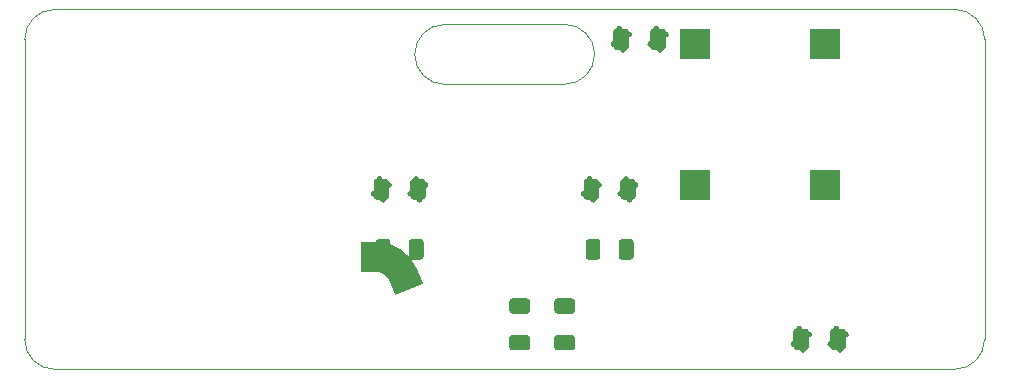
<source format=gbr>
From 54c117b6e8d65e9955a93de95a62e0f9ede7935c Mon Sep 17 00:00:00 2001
From: Blaise Thompson <blaise@untzag.com>
Date: Sun, 24 Jan 2021 22:27:03 -0600
Subject: digital driver prototype

---
 digital-driver/gerber/driver-F_Paste.gbr | 379 +++++++++++++++++++++++++++++++
 1 file changed, 379 insertions(+)
 create mode 100644 digital-driver/gerber/driver-F_Paste.gbr

(limited to 'digital-driver/gerber/driver-F_Paste.gbr')

diff --git a/digital-driver/gerber/driver-F_Paste.gbr b/digital-driver/gerber/driver-F_Paste.gbr
new file mode 100644
index 0000000..394e583
--- /dev/null
+++ b/digital-driver/gerber/driver-F_Paste.gbr
@@ -0,0 +1,379 @@
+%TF.GenerationSoftware,KiCad,Pcbnew,5.1.9+dfsg1-1*%
+%TF.CreationDate,2021-01-24T22:19:11-06:00*%
+%TF.ProjectId,driver,64726976-6572-42e6-9b69-6361645f7063,1.0.0*%
+%TF.SameCoordinates,Original*%
+%TF.FileFunction,Paste,Top*%
+%TF.FilePolarity,Positive*%
+%FSLAX46Y46*%
+G04 Gerber Fmt 4.6, Leading zero omitted, Abs format (unit mm)*
+G04 Created by KiCad (PCBNEW 5.1.9+dfsg1-1) date 2021-01-24 22:19:11*
+%MOMM*%
+%LPD*%
+G01*
+G04 APERTURE LIST*
+%TA.AperFunction,Profile*%
+%ADD10C,0.100000*%
+%TD*%
+%ADD11R,2.500000X2.500000*%
+G04 APERTURE END LIST*
+D10*
+X121920000Y-85090000D02*
+G75*
+G02*
+X119380000Y-82550000I0J2540000D01*
+G01*
+X165100000Y-78740000D02*
+X88900000Y-78740000D01*
+X119380000Y-82550000D02*
+G75*
+G02*
+X121920000Y-80010000I2540000J0D01*
+G01*
+X132080000Y-80010000D02*
+G75*
+G02*
+X134620000Y-82550000I0J-2540000D01*
+G01*
+X134620000Y-82550000D02*
+G75*
+G02*
+X132080000Y-85090000I-2540000J0D01*
+G01*
+X132080000Y-80010000D02*
+X121920000Y-80010000D01*
+X132080000Y-85090000D02*
+X121920000Y-85090000D01*
+X165100000Y-109220000D02*
+X88900000Y-109220000D01*
+X86360000Y-81280000D02*
+X86360000Y-106680000D01*
+X167640000Y-106680000D02*
+X167640000Y-81280000D01*
+X86360000Y-81280000D02*
+G75*
+G02*
+X88900000Y-78740000I2540000J0D01*
+G01*
+X88900000Y-109220000D02*
+G75*
+G02*
+X86360000Y-106680000I0J2540000D01*
+G01*
+X167640000Y-106680000D02*
+G75*
+G02*
+X165100000Y-109220000I-2540000J0D01*
+G01*
+X165100000Y-78740000D02*
+G75*
+G02*
+X167640000Y-81280000I0J-2540000D01*
+G01*
+D11*
+%TO.C,PS1*%
+X154090000Y-81630000D03*
+X143090000Y-81630000D03*
+X143090000Y-93630000D03*
+X154090000Y-93630000D03*
+%TD*%
+%TO.C,R5*%
+G36*
+G01*
+X136790000Y-94605000D02*
+X136790000Y-93355000D01*
+G75*
+G02*
+X137040000Y-93105000I250000J0D01*
+G01*
+X137840000Y-93105000D01*
+G75*
+G02*
+X138090000Y-93355000I0J-250000D01*
+G01*
+X138090000Y-94605000D01*
+G75*
+G02*
+X137840000Y-94855000I-250000J0D01*
+G01*
+X137040000Y-94855000D01*
+G75*
+G02*
+X136790000Y-94605000I0J250000D01*
+G01*
+G37*
+G36*
+G01*
+X133690000Y-94605000D02*
+X133690000Y-93355000D01*
+G75*
+G02*
+X133940000Y-93105000I250000J0D01*
+G01*
+X134740000Y-93105000D01*
+G75*
+G02*
+X134990000Y-93355000I0J-250000D01*
+G01*
+X134990000Y-94605000D01*
+G75*
+G02*
+X134740000Y-94855000I-250000J0D01*
+G01*
+X133940000Y-94855000D01*
+G75*
+G02*
+X133690000Y-94605000I0J250000D01*
+G01*
+G37*
+%TD*%
+%TO.C,R2*%
+G36*
+G01*
+X119010000Y-94605000D02*
+X119010000Y-93355000D01*
+G75*
+G02*
+X119260000Y-93105000I250000J0D01*
+G01*
+X120060000Y-93105000D01*
+G75*
+G02*
+X120310000Y-93355000I0J-250000D01*
+G01*
+X120310000Y-94605000D01*
+G75*
+G02*
+X120060000Y-94855000I-250000J0D01*
+G01*
+X119260000Y-94855000D01*
+G75*
+G02*
+X119010000Y-94605000I0J250000D01*
+G01*
+G37*
+G36*
+G01*
+X115910000Y-94605000D02*
+X115910000Y-93355000D01*
+G75*
+G02*
+X116160000Y-93105000I250000J0D01*
+G01*
+X116960000Y-93105000D01*
+G75*
+G02*
+X117210000Y-93355000I0J-250000D01*
+G01*
+X117210000Y-94605000D01*
+G75*
+G02*
+X116960000Y-94855000I-250000J0D01*
+G01*
+X116160000Y-94855000D01*
+G75*
+G02*
+X115910000Y-94605000I0J250000D01*
+G01*
+G37*
+%TD*%
+%TO.C,C3*%
+G36*
+G01*
+X137530000Y-80629999D02*
+X137530000Y-81930001D01*
+G75*
+G02*
+X137280001Y-82180000I-249999J0D01*
+G01*
+X136454999Y-82180000D01*
+G75*
+G02*
+X136205000Y-81930001I0J249999D01*
+G01*
+X136205000Y-80629999D01*
+G75*
+G02*
+X136454999Y-80380000I249999J0D01*
+G01*
+X137280001Y-80380000D01*
+G75*
+G02*
+X137530000Y-80629999I0J-249999D01*
+G01*
+G37*
+G36*
+G01*
+X140655000Y-80629999D02*
+X140655000Y-81930001D01*
+G75*
+G02*
+X140405001Y-82180000I-249999J0D01*
+G01*
+X139579999Y-82180000D01*
+G75*
+G02*
+X139330000Y-81930001I0J249999D01*
+G01*
+X139330000Y-80629999D01*
+G75*
+G02*
+X139579999Y-80380000I249999J0D01*
+G01*
+X140405001Y-80380000D01*
+G75*
+G02*
+X140655000Y-80629999I0J-249999D01*
+G01*
+G37*
+%TD*%
+%TO.C,C2*%
+G36*
+G01*
+X154570000Y-107330001D02*
+X154570000Y-106029999D01*
+G75*
+G02*
+X154819999Y-105780000I249999J0D01*
+G01*
+X155645001Y-105780000D01*
+G75*
+G02*
+X155895000Y-106029999I0J-249999D01*
+G01*
+X155895000Y-107330001D01*
+G75*
+G02*
+X155645001Y-107580000I-249999J0D01*
+G01*
+X154819999Y-107580000D01*
+G75*
+G02*
+X154570000Y-107330001I0J249999D01*
+G01*
+G37*
+G36*
+G01*
+X151445000Y-107330001D02*
+X151445000Y-106029999D01*
+G75*
+G02*
+X151694999Y-105780000I249999J0D01*
+G01*
+X152520001Y-105780000D01*
+G75*
+G02*
+X152770000Y-106029999I0J-249999D01*
+G01*
+X152770000Y-107330001D01*
+G75*
+G02*
+X152520001Y-107580000I-249999J0D01*
+G01*
+X151694999Y-107580000D01*
+G75*
+G02*
+X151445000Y-107330001I0J249999D01*
+G01*
+G37*
+%TD*%
+%TO.C,D1*%
+G36*
+G01*
+X136665000Y-99685000D02*
+X136665000Y-98435000D01*
+G75*
+G02*
+X136915000Y-98185000I250000J0D01*
+G01*
+X137665000Y-98185000D01*
+G75*
+G02*
+X137915000Y-98435000I0J-250000D01*
+G01*
+X137915000Y-99685000D01*
+G75*
+G02*
+X137665000Y-99935000I-250000J0D01*
+G01*
+X136915000Y-99935000D01*
+G75*
+G02*
+X136665000Y-99685000I0J250000D01*
+G01*
+G37*
+G36*
+G01*
+X133865000Y-99685000D02*
+X133865000Y-98435000D01*
+G75*
+G02*
+X134115000Y-98185000I250000J0D01*
+G01*
+X134865000Y-98185000D01*
+G75*
+G02*
+X135115000Y-98435000I0J-250000D01*
+G01*
+X135115000Y-99685000D01*
+G75*
+G02*
+X134865000Y-99935000I-250000J0D01*
+G01*
+X134115000Y-99935000D01*
+G75*
+G02*
+X133865000Y-99685000I0J250000D01*
+G01*
+G37*
+%TD*%
+%TO.C,D2*%
+G36*
+G01*
+X118885000Y-99685000D02*
+X118885000Y-98435000D01*
+G75*
+G02*
+X119135000Y-98185000I250000J0D01*
+G01*
+X119885000Y-98185000D01*
+G75*
+G02*
+X120135000Y-98435000I0J-250000D01*
+G01*
+X120135000Y-99685000D01*
+G75*
+G02*
+X119885000Y-99935000I-250000J0D01*
+G01*
+X119135000Y-99935000D01*
+G75*
+G02*
+X118885000Y-99685000I0J250000D01*
+G01*
+G37*
+G36*
+G01*
+X116085000Y-99685000D02*
+X116085000Y-98435000D01*
+G75*
+G02*
+X116335000Y-98185000I250000J0D01*
+G01*
+X117085000Y-98185000D01*
+G75*
+G02*
+X117335000Y-98435000I0J-250000D01*
+G01*
+X117335000Y-99685000D01*
+G75*
+G02*
+X117085000Y-99935000I-250000J0D01*
+G01*
+X116335000Y-99935000D01*
+G75*
+G02*
+X116085000Y-99685000I0J250000D01*
+G01*
+G37*
+%TD*%
+M02*
-- 
cgit v1.2.3


From 9d678fbace2e4931e39ab5b95b2ec7493a18f549 Mon Sep 17 00:00:00 2001
From: Blaise Thompson <blaise@untzag.com>
Date: Mon, 25 Jan 2021 12:15:05 -0600
Subject: digital-driver readme

---
 digital-driver/gerber/driver-F_Paste.gbr | 250 +++++++++++++++++++++----------
 1 file changed, 175 insertions(+), 75 deletions(-)

(limited to 'digital-driver/gerber/driver-F_Paste.gbr')

diff --git a/digital-driver/gerber/driver-F_Paste.gbr b/digital-driver/gerber/driver-F_Paste.gbr
index 394e583..9aa2a0c 100644
--- a/digital-driver/gerber/driver-F_Paste.gbr
+++ b/digital-driver/gerber/driver-F_Paste.gbr
@@ -1,12 +1,12 @@
-%TF.GenerationSoftware,KiCad,Pcbnew,5.1.9+dfsg1-1*%
-%TF.CreationDate,2021-01-24T22:19:11-06:00*%
+%TF.GenerationSoftware,KiCad,Pcbnew,5.1.8+dfsg1-1+b1*%
+%TF.CreationDate,2021-01-25T11:41:01-06:00*%
 %TF.ProjectId,driver,64726976-6572-42e6-9b69-6361645f7063,1.0.0*%
 %TF.SameCoordinates,Original*%
 %TF.FileFunction,Paste,Top*%
 %TF.FilePolarity,Positive*%
 %FSLAX46Y46*%
 G04 Gerber Fmt 4.6, Leading zero omitted, Abs format (unit mm)*
-G04 Created by KiCad (PCBNEW 5.1.9+dfsg1-1) date 2021-01-24 22:19:11*
+G04 Created by KiCad (PCBNEW 5.1.8+dfsg1-1+b1) date 2021-01-25 11:41:01*
 %MOMM*%
 %LPD*%
 G01*
@@ -69,6 +69,106 @@ G75*
 G02*
 X167640000Y-81280000I0J-2540000D01*
 G01*
+%TO.C,R7*%
+G36*
+G01*
+X127645000Y-106310000D02*
+X128895000Y-106310000D01*
+G75*
+G02*
+X129145000Y-106560000I0J-250000D01*
+G01*
+X129145000Y-107360000D01*
+G75*
+G02*
+X128895000Y-107610000I-250000J0D01*
+G01*
+X127645000Y-107610000D01*
+G75*
+G02*
+X127395000Y-107360000I0J250000D01*
+G01*
+X127395000Y-106560000D01*
+G75*
+G02*
+X127645000Y-106310000I250000J0D01*
+G01*
+G37*
+G36*
+G01*
+X127645000Y-103210000D02*
+X128895000Y-103210000D01*
+G75*
+G02*
+X129145000Y-103460000I0J-250000D01*
+G01*
+X129145000Y-104260000D01*
+G75*
+G02*
+X128895000Y-104510000I-250000J0D01*
+G01*
+X127645000Y-104510000D01*
+G75*
+G02*
+X127395000Y-104260000I0J250000D01*
+G01*
+X127395000Y-103460000D01*
+G75*
+G02*
+X127645000Y-103210000I250000J0D01*
+G01*
+G37*
+%TD*%
+%TO.C,R6*%
+G36*
+G01*
+X131455000Y-106310000D02*
+X132705000Y-106310000D01*
+G75*
+G02*
+X132955000Y-106560000I0J-250000D01*
+G01*
+X132955000Y-107360000D01*
+G75*
+G02*
+X132705000Y-107610000I-250000J0D01*
+G01*
+X131455000Y-107610000D01*
+G75*
+G02*
+X131205000Y-107360000I0J250000D01*
+G01*
+X131205000Y-106560000D01*
+G75*
+G02*
+X131455000Y-106310000I250000J0D01*
+G01*
+G37*
+G36*
+G01*
+X131455000Y-103210000D02*
+X132705000Y-103210000D01*
+G75*
+G02*
+X132955000Y-103460000I0J-250000D01*
+G01*
+X132955000Y-104260000D01*
+G75*
+G02*
+X132705000Y-104510000I-250000J0D01*
+G01*
+X131455000Y-104510000D01*
+G75*
+G02*
+X131205000Y-104260000I0J250000D01*
+G01*
+X131205000Y-103460000D01*
+G75*
+G02*
+X131455000Y-103210000I250000J0D01*
+G01*
+G37*
+%TD*%
 D11*
 %TO.C,PS1*%
 X154090000Y-81630000D03*
@@ -79,200 +179,200 @@ X154090000Y-93630000D03*
 %TO.C,R5*%
 G36*
 G01*
-X136790000Y-94605000D02*
-X136790000Y-93355000D01*
+X136790000Y-94605001D02*
+X136790000Y-93354999D01*
 G75*
 G02*
-X137040000Y-93105000I250000J0D01*
+X137039999Y-93105000I249999J0D01*
 G01*
-X137840000Y-93105000D01*
+X137840001Y-93105000D01*
 G75*
 G02*
-X138090000Y-93355000I0J-250000D01*
+X138090000Y-93354999I0J-249999D01*
 G01*
-X138090000Y-94605000D01*
+X138090000Y-94605001D01*
 G75*
 G02*
-X137840000Y-94855000I-250000J0D01*
+X137840001Y-94855000I-249999J0D01*
 G01*
-X137040000Y-94855000D01*
+X137039999Y-94855000D01*
 G75*
 G02*
-X136790000Y-94605000I0J250000D01*
+X136790000Y-94605001I0J249999D01*
 G01*
 G37*
 G36*
 G01*
-X133690000Y-94605000D02*
-X133690000Y-93355000D01*
+X133690000Y-94605001D02*
+X133690000Y-93354999D01*
 G75*
 G02*
-X133940000Y-93105000I250000J0D01*
+X133939999Y-93105000I249999J0D01*
 G01*
-X134740000Y-93105000D01*
+X134740001Y-93105000D01*
 G75*
 G02*
-X134990000Y-93355000I0J-250000D01*
+X134990000Y-93354999I0J-249999D01*
 G01*
-X134990000Y-94605000D01*
+X134990000Y-94605001D01*
 G75*
 G02*
-X134740000Y-94855000I-250000J0D01*
+X134740001Y-94855000I-249999J0D01*
 G01*
-X133940000Y-94855000D01*
+X133939999Y-94855000D01*
 G75*
 G02*
-X133690000Y-94605000I0J250000D01*
+X133690000Y-94605001I0J249999D01*
 G01*
 G37*
 %TD*%
 %TO.C,R2*%
 G36*
 G01*
-X119010000Y-94605000D02*
-X119010000Y-93355000D01*
+X119010000Y-94605001D02*
+X119010000Y-93354999D01*
 G75*
 G02*
-X119260000Y-93105000I250000J0D01*
+X119259999Y-93105000I249999J0D01*
 G01*
-X120060000Y-93105000D01*
+X120060001Y-93105000D01*
 G75*
 G02*
-X120310000Y-93355000I0J-250000D01*
+X120310000Y-93354999I0J-249999D01*
 G01*
-X120310000Y-94605000D01*
+X120310000Y-94605001D01*
 G75*
 G02*
-X120060000Y-94855000I-250000J0D01*
+X120060001Y-94855000I-249999J0D01*
 G01*
-X119260000Y-94855000D01*
+X119259999Y-94855000D01*
 G75*
 G02*
-X119010000Y-94605000I0J250000D01*
+X119010000Y-94605001I0J249999D01*
 G01*
 G37*
 G36*
 G01*
-X115910000Y-94605000D02*
-X115910000Y-93355000D01*
+X115910000Y-94605001D02*
+X115910000Y-93354999D01*
 G75*
 G02*
-X116160000Y-93105000I250000J0D01*
+X116159999Y-93105000I249999J0D01*
 G01*
-X116960000Y-93105000D01*
+X116960001Y-93105000D01*
 G75*
 G02*
-X117210000Y-93355000I0J-250000D01*
+X117210000Y-93354999I0J-249999D01*
 G01*
-X117210000Y-94605000D01*
+X117210000Y-94605001D01*
 G75*
 G02*
-X116960000Y-94855000I-250000J0D01*
+X116960001Y-94855000I-249999J0D01*
 G01*
-X116160000Y-94855000D01*
+X116159999Y-94855000D01*
 G75*
 G02*
-X115910000Y-94605000I0J250000D01*
+X115910000Y-94605001I0J249999D01*
 G01*
 G37*
 %TD*%
 %TO.C,C3*%
 G36*
 G01*
-X137530000Y-80629999D02*
-X137530000Y-81930001D01*
+X137530000Y-80629998D02*
+X137530000Y-81930002D01*
 G75*
 G02*
-X137280001Y-82180000I-249999J0D01*
+X137280002Y-82180000I-249998J0D01*
 G01*
-X136454999Y-82180000D01*
+X136454998Y-82180000D01*
 G75*
 G02*
-X136205000Y-81930001I0J249999D01*
+X136205000Y-81930002I0J249998D01*
 G01*
-X136205000Y-80629999D01*
+X136205000Y-80629998D01*
 G75*
 G02*
-X136454999Y-80380000I249999J0D01*
+X136454998Y-80380000I249998J0D01*
 G01*
-X137280001Y-80380000D01*
+X137280002Y-80380000D01*
 G75*
 G02*
-X137530000Y-80629999I0J-249999D01*
+X137530000Y-80629998I0J-249998D01*
 G01*
 G37*
 G36*
 G01*
-X140655000Y-80629999D02*
-X140655000Y-81930001D01*
+X140655000Y-80629998D02*
+X140655000Y-81930002D01*
 G75*
 G02*
-X140405001Y-82180000I-249999J0D01*
+X140405002Y-82180000I-249998J0D01*
 G01*
-X139579999Y-82180000D01*
+X139579998Y-82180000D01*
 G75*
 G02*
-X139330000Y-81930001I0J249999D01*
+X139330000Y-81930002I0J249998D01*
 G01*
-X139330000Y-80629999D01*
+X139330000Y-80629998D01*
 G75*
 G02*
-X139579999Y-80380000I249999J0D01*
+X139579998Y-80380000I249998J0D01*
 G01*
-X140405001Y-80380000D01*
+X140405002Y-80380000D01*
 G75*
 G02*
-X140655000Y-80629999I0J-249999D01*
+X140655000Y-80629998I0J-249998D01*
 G01*
 G37*
 %TD*%
 %TO.C,C2*%
 G36*
 G01*
-X154570000Y-107330001D02*
-X154570000Y-106029999D01*
+X154570000Y-107330002D02*
+X154570000Y-106029998D01*
 G75*
 G02*
-X154819999Y-105780000I249999J0D01*
+X154819998Y-105780000I249998J0D01*
 G01*
-X155645001Y-105780000D01*
+X155645002Y-105780000D01*
 G75*
 G02*
-X155895000Y-106029999I0J-249999D01*
+X155895000Y-106029998I0J-249998D01*
 G01*
-X155895000Y-107330001D01*
+X155895000Y-107330002D01*
 G75*
 G02*
-X155645001Y-107580000I-249999J0D01*
+X155645002Y-107580000I-249998J0D01*
 G01*
-X154819999Y-107580000D01*
+X154819998Y-107580000D01*
 G75*
 G02*
-X154570000Y-107330001I0J249999D01*
+X154570000Y-107330002I0J249998D01*
 G01*
 G37*
 G36*
 G01*
-X151445000Y-107330001D02*
-X151445000Y-106029999D01*
+X151445000Y-107330002D02*
+X151445000Y-106029998D01*
 G75*
 G02*
-X151694999Y-105780000I249999J0D01*
+X151694998Y-105780000I249998J0D01*
 G01*
-X152520001Y-105780000D01*
+X152520002Y-105780000D01*
 G75*
 G02*
-X152770000Y-106029999I0J-249999D01*
+X152770000Y-106029998I0J-249998D01*
 G01*
-X152770000Y-107330001D01*
+X152770000Y-107330002D01*
 G75*
 G02*
-X152520001Y-107580000I-249999J0D01*
+X152520002Y-107580000I-249998J0D01*
 G01*
-X151694999Y-107580000D01*
+X151694998Y-107580000D01*
 G75*
 G02*
-X151445000Y-107330001I0J249999D01*
+X151445000Y-107330002I0J249998D01*
 G01*
 G37*
 %TD*%
-- 
cgit v1.2.3


</source>
